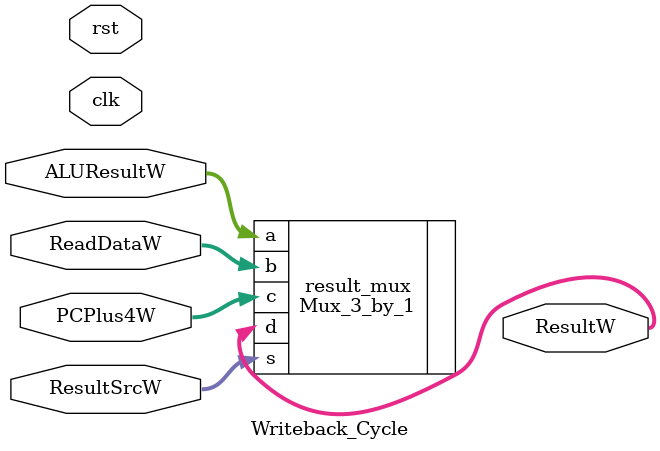
<source format=v>
module Writeback_Cycle(
    clk, rst, ReadDataW, ResultSrcW, ALUResultW, 
    PCPlus4W, ResultW
);

input clk, rst; 
input [1:0] ResultSrcW;
input [31:0] PCPlus4W, ALUResultW, ReadDataW;

output [31:0] ResultW;

Mux_3_by_1 result_mux(    
.a(ALUResultW),
.b(ReadDataW),
.c(PCPlus4W),
.s(ResultSrcW),
.d(ResultW)
);

endmodule

</source>
